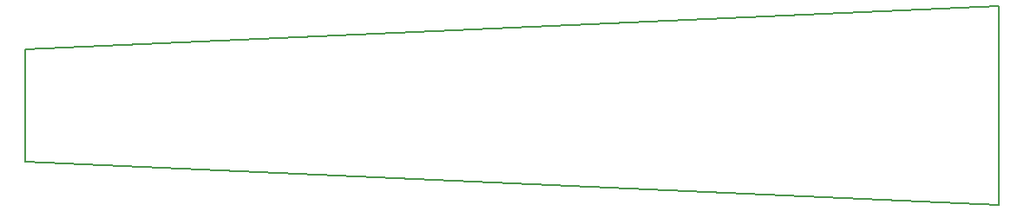
<source format=gbr>
G04 #@! TF.FileFunction,Profile,NP*
%FSLAX46Y46*%
G04 Gerber Fmt 4.6, Leading zero omitted, Abs format (unit mm)*
G04 Created by KiCad (PCBNEW 4.0.6) date 09/09/17 15:21:19*
%MOMM*%
%LPD*%
G01*
G04 APERTURE LIST*
%ADD10C,0.100000*%
%ADD11C,0.150000*%
G04 APERTURE END LIST*
D10*
D11*
X198500000Y-81250000D02*
X198500000Y-61750000D01*
X103500000Y-77000000D02*
X103500000Y-66000000D01*
X103500000Y-77000000D02*
X198500000Y-81250000D01*
X103500000Y-66000000D02*
X198500000Y-61750000D01*
M02*

</source>
